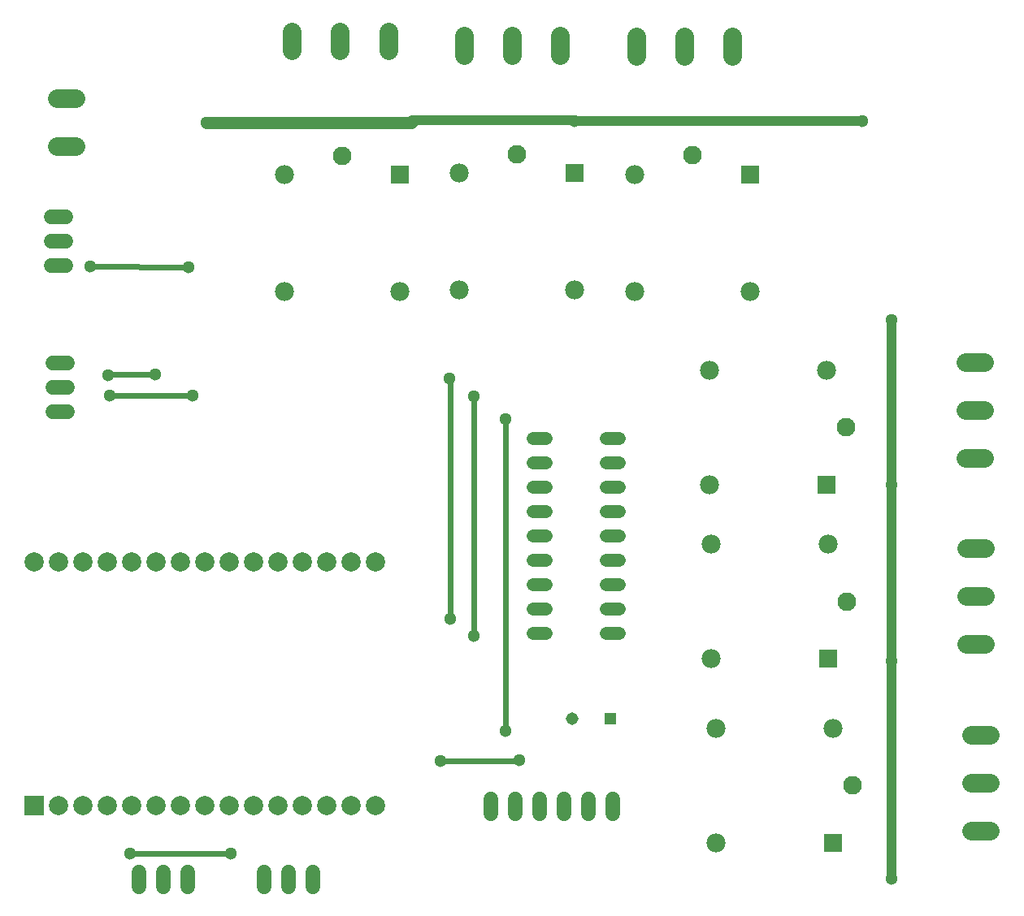
<source format=gbr>
G04 EAGLE Gerber RS-274X export*
G75*
%MOMM*%
%FSLAX34Y34*%
%LPD*%
%INTop Copper*%
%IPPOS*%
%AMOC8*
5,1,8,0,0,1.08239X$1,22.5*%
G01*
%ADD10C,1.524000*%
%ADD11R,1.308000X1.308000*%
%ADD12C,1.308000*%
%ADD13C,1.320800*%
%ADD14R,1.980000X1.980000*%
%ADD15C,1.935000*%
%ADD16C,1.980000*%
%ADD17C,1.981200*%
%ADD18R,2.000000X2.000000*%
%ADD19C,2.000000*%
%ADD20C,1.300000*%
%ADD21C,1.016000*%
%ADD22C,1.270000*%
%ADD23C,0.609600*%


D10*
X504700Y122680D02*
X504700Y137920D01*
X530100Y137920D02*
X530100Y122680D01*
X555500Y122680D02*
X555500Y137920D01*
X580900Y137920D02*
X580900Y122680D01*
X606300Y122680D02*
X606300Y137920D01*
X631700Y137920D02*
X631700Y122680D01*
D11*
X629100Y221500D03*
D12*
X589100Y221500D03*
D13*
X561904Y513500D02*
X548696Y513500D01*
X548696Y488100D02*
X561904Y488100D01*
X561904Y361100D02*
X548696Y361100D01*
X548696Y335700D02*
X561904Y335700D01*
X561904Y462700D02*
X548696Y462700D01*
X548696Y437300D02*
X561904Y437300D01*
X561904Y386500D02*
X548696Y386500D01*
X548696Y411900D02*
X561904Y411900D01*
X561904Y310300D02*
X548696Y310300D01*
X624896Y310300D02*
X638104Y310300D01*
X638104Y335700D02*
X624896Y335700D01*
X624896Y361100D02*
X638104Y361100D01*
X638104Y386500D02*
X624896Y386500D01*
X624896Y411900D02*
X638104Y411900D01*
X638104Y437300D02*
X624896Y437300D01*
X624896Y462700D02*
X638104Y462700D01*
X638104Y488100D02*
X624896Y488100D01*
X624896Y513500D02*
X638104Y513500D01*
D14*
X410000Y788700D03*
D15*
X350000Y808700D03*
D16*
X290000Y788700D03*
X290000Y666700D03*
X410000Y666700D03*
D14*
X591600Y790500D03*
D15*
X531600Y810500D03*
D16*
X471600Y790500D03*
X471600Y668500D03*
X591600Y668500D03*
D14*
X774700Y789300D03*
D15*
X714700Y809300D03*
D16*
X654700Y789300D03*
X654700Y667300D03*
X774700Y667300D03*
D14*
X854700Y465400D03*
D15*
X874700Y525400D03*
D16*
X854700Y585400D03*
X732700Y585400D03*
X732700Y465400D03*
D14*
X855900Y284100D03*
D15*
X875900Y344100D03*
D16*
X855900Y404100D03*
X733900Y404100D03*
X733900Y284100D03*
D14*
X861300Y92000D03*
D15*
X881300Y152000D03*
D16*
X861300Y212000D03*
X739300Y212000D03*
X739300Y92000D03*
D17*
X297562Y918394D02*
X297562Y938206D01*
X347600Y938206D02*
X347600Y918394D01*
X397638Y918394D02*
X397638Y938206D01*
X476962Y933406D02*
X476962Y913594D01*
X527000Y913594D02*
X527000Y933406D01*
X577038Y933406D02*
X577038Y913594D01*
X655962Y912994D02*
X655962Y932806D01*
X706000Y932806D02*
X706000Y912994D01*
X756038Y912994D02*
X756038Y932806D01*
X998794Y593638D02*
X1018606Y593638D01*
X1018606Y543600D02*
X998794Y543600D01*
X998794Y493562D02*
X1018606Y493562D01*
X1019806Y399638D02*
X999994Y399638D01*
X999994Y349600D02*
X1019806Y349600D01*
X1019806Y299562D02*
X999994Y299562D01*
X1004794Y205038D02*
X1024606Y205038D01*
X1024606Y155000D02*
X1004794Y155000D01*
X1004794Y104962D02*
X1024606Y104962D01*
D18*
X28750Y131300D03*
D19*
X54150Y131300D03*
X79550Y131300D03*
X104950Y131300D03*
X130350Y131300D03*
X155750Y131300D03*
X181150Y131300D03*
X206550Y131300D03*
X231950Y131300D03*
X257350Y131300D03*
X282750Y131300D03*
X308150Y131300D03*
X333550Y131300D03*
X358950Y131300D03*
X384350Y131300D03*
X28750Y385300D03*
X54150Y385300D03*
X79550Y385300D03*
X104950Y385300D03*
X130350Y385300D03*
X155750Y385300D03*
X181150Y385300D03*
X206550Y385300D03*
X231950Y385300D03*
X257350Y385300D03*
X282750Y385300D03*
X308150Y385300D03*
X333550Y385300D03*
X358950Y385300D03*
X384350Y385300D03*
D17*
X72006Y818654D02*
X52194Y818654D01*
X52194Y868692D02*
X72006Y868692D01*
D10*
X63420Y542200D02*
X48180Y542200D01*
X48180Y567600D02*
X63420Y567600D01*
X63420Y593000D02*
X48180Y593000D01*
X46980Y694000D02*
X62220Y694000D01*
X62220Y719400D02*
X46980Y719400D01*
X46980Y744800D02*
X62220Y744800D01*
X138400Y61620D02*
X138400Y46380D01*
X163800Y46380D02*
X163800Y61620D01*
X189200Y61620D02*
X189200Y46380D01*
X268600Y46380D02*
X268600Y61620D01*
X294000Y61620D02*
X294000Y46380D01*
X319400Y46380D02*
X319400Y61620D01*
D20*
X922200Y54600D03*
D21*
X922200Y282000D01*
X922200Y465600D01*
D20*
X922200Y637200D03*
D21*
X922200Y465600D01*
D20*
X891600Y844800D03*
D21*
X591600Y844800D01*
D20*
X423600Y844800D03*
D21*
X591000Y845400D02*
X591600Y844800D01*
X591000Y845400D02*
X424200Y845400D01*
X423600Y844800D01*
D20*
X591600Y844800D03*
X922200Y282000D03*
X922200Y465600D03*
X208200Y843000D03*
D22*
X421800Y843000D02*
X423600Y844800D01*
X421800Y843000D02*
X208200Y843000D01*
D20*
X452400Y177600D03*
D23*
X533400Y177600D01*
X534000Y178200D01*
D20*
X534000Y178200D03*
X486600Y307800D03*
D23*
X486600Y558000D01*
D20*
X486600Y558000D03*
X194400Y558600D03*
D23*
X107400Y558600D01*
D20*
X107400Y558600D03*
X462000Y325800D03*
D23*
X462000Y576000D01*
X461400Y576600D01*
D20*
X461400Y576600D03*
X189600Y692400D03*
D23*
X87600Y693000D01*
D20*
X87600Y693000D03*
X520200Y208800D03*
D23*
X520200Y534600D01*
D20*
X520200Y534600D03*
X154800Y580800D03*
D23*
X106800Y580800D01*
X106200Y580200D01*
D20*
X106200Y580200D03*
X129000Y81000D03*
D23*
X233400Y81000D01*
D20*
X233400Y81000D03*
M02*

</source>
